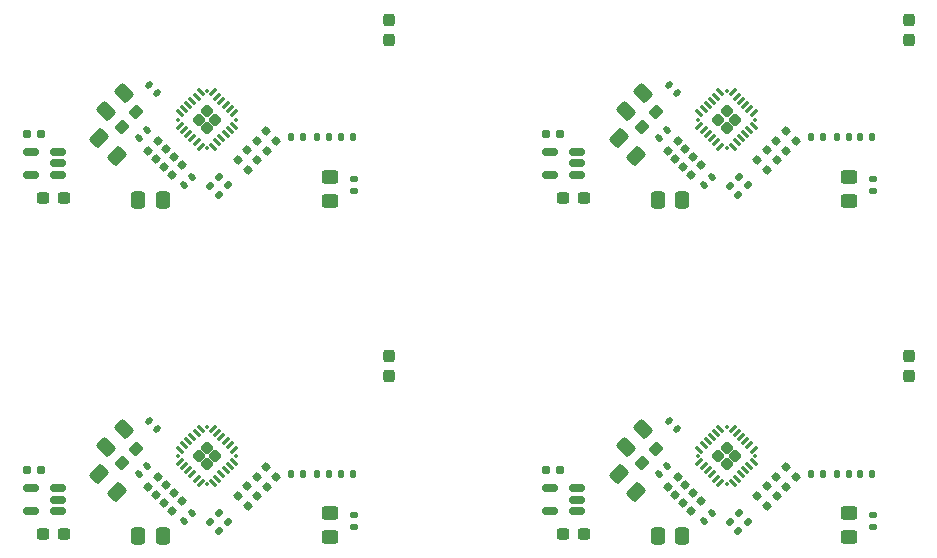
<source format=gtp>
G04 #@! TF.GenerationSoftware,KiCad,Pcbnew,9.0.4*
G04 #@! TF.CreationDate,2025-08-20T18:17:53-04:00*
G04 #@! TF.ProjectId,jlc_pcba,6a6c635f-7063-4626-912e-6b696361645f,rev?*
G04 #@! TF.SameCoordinates,Original*
G04 #@! TF.FileFunction,Paste,Top*
G04 #@! TF.FilePolarity,Positive*
%FSLAX46Y46*%
G04 Gerber Fmt 4.6, Leading zero omitted, Abs format (unit mm)*
G04 Created by KiCad (PCBNEW 9.0.4) date 2025-08-20 18:17:53*
%MOMM*%
%LPD*%
G01*
G04 APERTURE LIST*
G04 Aperture macros list*
%AMRoundRect*
0 Rectangle with rounded corners*
0 $1 Rounding radius*
0 $2 $3 $4 $5 $6 $7 $8 $9 X,Y pos of 4 corners*
0 Add a 4 corners polygon primitive as box body*
4,1,4,$2,$3,$4,$5,$6,$7,$8,$9,$2,$3,0*
0 Add four circle primitives for the rounded corners*
1,1,$1+$1,$2,$3*
1,1,$1+$1,$4,$5*
1,1,$1+$1,$6,$7*
1,1,$1+$1,$8,$9*
0 Add four rect primitives between the rounded corners*
20,1,$1+$1,$2,$3,$4,$5,0*
20,1,$1+$1,$4,$5,$6,$7,0*
20,1,$1+$1,$6,$7,$8,$9,0*
20,1,$1+$1,$8,$9,$2,$3,0*%
%AMFreePoly0*
4,1,25,0.251037,0.433748,0.282717,0.409439,0.409439,0.282717,0.449030,0.214145,0.454242,0.174554,0.454242,-0.174554,0.433748,-0.251037,0.409439,-0.282717,0.282717,-0.409439,0.214145,-0.449030,0.174554,-0.454242,-0.174554,-0.454242,-0.251037,-0.433748,-0.282717,-0.409439,-0.409439,-0.282717,-0.449030,-0.214145,-0.454242,-0.174554,-0.454242,0.174554,-0.433748,0.251037,-0.409439,0.282717,
-0.282717,0.409439,-0.214145,0.449030,-0.174554,0.454242,0.174554,0.454242,0.251037,0.433748,0.251037,0.433748,$1*%
G04 Aperture macros list end*
%ADD10RoundRect,0.160000X-0.252791X0.026517X0.026517X-0.252791X0.252791X-0.026517X-0.026517X0.252791X0*%
%ADD11RoundRect,0.135000X0.226274X0.035355X0.035355X0.226274X-0.226274X-0.035355X-0.035355X-0.226274X0*%
%ADD12RoundRect,0.135000X0.135000X0.185000X-0.135000X0.185000X-0.135000X-0.185000X0.135000X-0.185000X0*%
%ADD13RoundRect,0.237500X-0.044194X-0.380070X0.380070X0.044194X0.044194X0.380070X-0.380070X-0.044194X0*%
%ADD14RoundRect,0.160000X0.026517X0.252791X-0.252791X-0.026517X-0.026517X-0.252791X0.252791X0.026517X0*%
%ADD15RoundRect,0.135000X-0.135000X-0.185000X0.135000X-0.185000X0.135000X0.185000X-0.135000X0.185000X0*%
%ADD16RoundRect,0.140000X-0.021213X0.219203X-0.219203X0.021213X0.021213X-0.219203X0.219203X-0.021213X0*%
%ADD17RoundRect,0.140000X0.219203X0.021213X0.021213X0.219203X-0.219203X-0.021213X-0.021213X-0.219203X0*%
%ADD18RoundRect,0.135000X-0.185000X0.135000X-0.185000X-0.135000X0.185000X-0.135000X0.185000X0.135000X0*%
%ADD19RoundRect,0.250000X-0.450000X0.325000X-0.450000X-0.325000X0.450000X-0.325000X0.450000X0.325000X0*%
%ADD20FreePoly0,45.000000*%
%ADD21RoundRect,0.062500X-0.185616X-0.274004X0.274004X0.185616X0.185616X0.274004X-0.274004X-0.185616X0*%
%ADD22RoundRect,0.062500X0.185616X-0.274004X0.274004X-0.185616X-0.185616X0.274004X-0.274004X0.185616X0*%
%ADD23RoundRect,0.062500X0.000000X-0.088388X0.088388X0.000000X0.000000X0.088388X-0.088388X0.000000X0*%
%ADD24RoundRect,0.150000X0.512500X0.150000X-0.512500X0.150000X-0.512500X-0.150000X0.512500X-0.150000X0*%
%ADD25RoundRect,0.237500X-0.300000X-0.237500X0.300000X-0.237500X0.300000X0.237500X-0.300000X0.237500X0*%
%ADD26RoundRect,0.250000X-0.097227X0.574524X-0.574524X0.097227X0.097227X-0.574524X0.574524X-0.097227X0*%
%ADD27RoundRect,0.135000X-0.226274X-0.035355X-0.035355X-0.226274X0.226274X0.035355X0.035355X0.226274X0*%
%ADD28RoundRect,0.237500X0.237500X-0.300000X0.237500X0.300000X-0.237500X0.300000X-0.237500X-0.300000X0*%
%ADD29RoundRect,0.250000X0.574524X0.097227X0.097227X0.574524X-0.574524X-0.097227X-0.097227X-0.574524X0*%
%ADD30RoundRect,0.250000X0.337500X0.475000X-0.337500X0.475000X-0.337500X-0.475000X0.337500X-0.475000X0*%
%ADD31RoundRect,0.160000X0.197500X0.160000X-0.197500X0.160000X-0.197500X-0.160000X0.197500X-0.160000X0*%
G04 APERTURE END LIST*
D10*
G04 #@! TO.C,R112*
X36989996Y-51537496D03*
X36145004Y-50692504D03*
G04 #@! TD*
D11*
G04 #@! TO.C,R120*
X77728124Y-26015624D03*
X77006876Y-25294376D03*
G04 #@! TD*
D12*
G04 #@! TO.C,R122*
X42277500Y-21955000D03*
X41257500Y-21955000D03*
G04 #@! TD*
G04 #@! TO.C,R122*
X86277500Y-21955000D03*
X85257500Y-21955000D03*
G04 #@! TD*
D13*
G04 #@! TO.C,C119*
X24757620Y-21064880D03*
X25977380Y-19845120D03*
G04 #@! TD*
D10*
G04 #@! TO.C,R113*
X36189996Y-23877496D03*
X35345004Y-23032504D03*
G04 #@! TD*
D14*
G04 #@! TO.C,R115*
X27612834Y-52223704D03*
X28457826Y-51378712D03*
G04 #@! TD*
G04 #@! TO.C,R115*
X27612834Y-23763704D03*
X28457826Y-22918712D03*
G04 #@! TD*
D15*
G04 #@! TO.C,R123*
X87257500Y-50415000D03*
X88277500Y-50415000D03*
G04 #@! TD*
D12*
G04 #@! TO.C,R124*
X84077500Y-50415000D03*
X83057500Y-50415000D03*
G04 #@! TD*
D16*
G04 #@! TO.C,C112*
X74706911Y-25315589D03*
X74028089Y-25994411D03*
G04 #@! TD*
D17*
G04 #@! TO.C,C109*
X71706911Y-18194411D03*
X71028089Y-17515589D03*
G04 #@! TD*
D14*
G04 #@! TO.C,R118*
X28956337Y-53567207D03*
X29801329Y-52722215D03*
G04 #@! TD*
D12*
G04 #@! TO.C,R124*
X84077500Y-21955000D03*
X83057500Y-21955000D03*
G04 #@! TD*
D18*
G04 #@! TO.C,R126*
X88367500Y-53905000D03*
X88367500Y-54925000D03*
G04 #@! TD*
D14*
G04 #@! TO.C,R119*
X26941083Y-23091952D03*
X27786075Y-22246960D03*
G04 #@! TD*
D16*
G04 #@! TO.C,C112*
X30706911Y-25315589D03*
X30028089Y-25994411D03*
G04 #@! TD*
D10*
G04 #@! TO.C,R110*
X81789996Y-50737496D03*
X80945004Y-49892504D03*
G04 #@! TD*
D19*
G04 #@! TO.C,D116*
X42342500Y-25305000D03*
X42342500Y-27355000D03*
G04 #@! TD*
D18*
G04 #@! TO.C,R126*
X88367500Y-25445000D03*
X88367500Y-26465000D03*
G04 #@! TD*
D20*
G04 #@! TO.C,TAC5212*
X75247104Y-20440514D03*
X75936533Y-21129943D03*
X75936533Y-19751085D03*
X76625962Y-20440514D03*
D21*
X73647275Y-20962005D03*
X74000828Y-21315559D03*
X74354382Y-21669112D03*
X74707935Y-22022665D03*
X75061488Y-22376219D03*
X75415042Y-22729772D03*
D22*
X76458024Y-22729772D03*
X76811578Y-22376219D03*
X77165131Y-22022665D03*
X77518684Y-21669112D03*
X77872238Y-21315559D03*
X78225791Y-20962005D03*
D21*
X78225791Y-19919023D03*
X77872238Y-19565469D03*
X77518684Y-19211916D03*
X77165131Y-18858363D03*
X76811578Y-18504809D03*
X76458024Y-18151256D03*
D22*
X75415042Y-18151256D03*
X75061488Y-18504809D03*
X74707935Y-18858363D03*
X74354382Y-19211916D03*
X74000828Y-19565469D03*
X73647275Y-19919023D03*
D23*
X73504086Y-20440514D03*
X75936533Y-22872961D03*
X78368980Y-20440514D03*
X75936533Y-18008067D03*
G04 #@! TD*
D16*
G04 #@! TO.C,C116*
X70906911Y-49775589D03*
X70228089Y-50454411D03*
G04 #@! TD*
D12*
G04 #@! TO.C,R122*
X42277500Y-50415000D03*
X41257500Y-50415000D03*
G04 #@! TD*
D10*
G04 #@! TO.C,R113*
X36189996Y-52337496D03*
X35345004Y-51492504D03*
G04 #@! TD*
D15*
G04 #@! TO.C,R123*
X43257500Y-21955000D03*
X44277500Y-21955000D03*
G04 #@! TD*
D10*
G04 #@! TO.C,R112*
X80989996Y-51537496D03*
X80145004Y-50692504D03*
G04 #@! TD*
D24*
G04 #@! TO.C,U108*
X19305000Y-53565000D03*
X19305000Y-52615000D03*
X19305000Y-51665000D03*
X17030000Y-51665000D03*
X17030000Y-53565000D03*
G04 #@! TD*
D25*
G04 #@! TO.C,C128*
X18105000Y-27055000D03*
X19830000Y-27055000D03*
G04 #@! TD*
D12*
G04 #@! TO.C,R124*
X40077500Y-50415000D03*
X39057500Y-50415000D03*
G04 #@! TD*
D26*
G04 #@! TO.C,C108*
X24901123Y-46681377D03*
X23433877Y-48148623D03*
G04 #@! TD*
D27*
G04 #@! TO.C,R121*
X32206876Y-26094376D03*
X32928124Y-26815624D03*
G04 #@! TD*
D10*
G04 #@! TO.C,R114*
X35389996Y-53137496D03*
X34545004Y-52292504D03*
G04 #@! TD*
D14*
G04 #@! TO.C,R117*
X28284586Y-52895455D03*
X29129578Y-52050463D03*
G04 #@! TD*
D28*
G04 #@! TO.C,C118*
X91367500Y-42177500D03*
X91367500Y-40452500D03*
G04 #@! TD*
D16*
G04 #@! TO.C,C112*
X30706911Y-53775589D03*
X30028089Y-54454411D03*
G04 #@! TD*
D10*
G04 #@! TO.C,R110*
X81789996Y-22277496D03*
X80945004Y-21432504D03*
G04 #@! TD*
G04 #@! TO.C,R114*
X79389996Y-24677496D03*
X78545004Y-23832504D03*
G04 #@! TD*
D25*
G04 #@! TO.C,C128*
X18105000Y-55515000D03*
X19830000Y-55515000D03*
G04 #@! TD*
D20*
G04 #@! TO.C,TAC5212*
X31247104Y-48900514D03*
X31936533Y-49589943D03*
X31936533Y-48211085D03*
X32625962Y-48900514D03*
D21*
X29647275Y-49422005D03*
X30000828Y-49775559D03*
X30354382Y-50129112D03*
X30707935Y-50482665D03*
X31061488Y-50836219D03*
X31415042Y-51189772D03*
D22*
X32458024Y-51189772D03*
X32811578Y-50836219D03*
X33165131Y-50482665D03*
X33518684Y-50129112D03*
X33872238Y-49775559D03*
X34225791Y-49422005D03*
D21*
X34225791Y-48379023D03*
X33872238Y-48025469D03*
X33518684Y-47671916D03*
X33165131Y-47318363D03*
X32811578Y-46964809D03*
X32458024Y-46611256D03*
D22*
X31415042Y-46611256D03*
X31061488Y-46964809D03*
X30707935Y-47318363D03*
X30354382Y-47671916D03*
X30000828Y-48025469D03*
X29647275Y-48379023D03*
D23*
X29504086Y-48900514D03*
X31936533Y-51332961D03*
X34368980Y-48900514D03*
X31936533Y-46468067D03*
G04 #@! TD*
D19*
G04 #@! TO.C,D116*
X42342500Y-53765000D03*
X42342500Y-55815000D03*
G04 #@! TD*
D29*
G04 #@! TO.C,C115*
X68301123Y-23488623D03*
X66833877Y-22021377D03*
G04 #@! TD*
D14*
G04 #@! TO.C,R118*
X72956337Y-25107207D03*
X73801329Y-24262215D03*
G04 #@! TD*
D30*
G04 #@! TO.C,C111*
X28205000Y-27255000D03*
X26130000Y-27255000D03*
G04 #@! TD*
D14*
G04 #@! TO.C,R119*
X26941083Y-51551952D03*
X27786075Y-50706960D03*
G04 #@! TD*
G04 #@! TO.C,R115*
X71612834Y-23763704D03*
X72457826Y-22918712D03*
G04 #@! TD*
D30*
G04 #@! TO.C,C111*
X72205000Y-27255000D03*
X70130000Y-27255000D03*
G04 #@! TD*
D26*
G04 #@! TO.C,C108*
X68901123Y-46681377D03*
X67433877Y-48148623D03*
G04 #@! TD*
G04 #@! TO.C,C108*
X68901123Y-18221377D03*
X67433877Y-19688623D03*
G04 #@! TD*
D17*
G04 #@! TO.C,C109*
X27706911Y-18194411D03*
X27028089Y-17515589D03*
G04 #@! TD*
D20*
G04 #@! TO.C,TAC5212*
X31247104Y-20440514D03*
X31936533Y-21129943D03*
X31936533Y-19751085D03*
X32625962Y-20440514D03*
D21*
X29647275Y-20962005D03*
X30000828Y-21315559D03*
X30354382Y-21669112D03*
X30707935Y-22022665D03*
X31061488Y-22376219D03*
X31415042Y-22729772D03*
D22*
X32458024Y-22729772D03*
X32811578Y-22376219D03*
X33165131Y-22022665D03*
X33518684Y-21669112D03*
X33872238Y-21315559D03*
X34225791Y-20962005D03*
D21*
X34225791Y-19919023D03*
X33872238Y-19565469D03*
X33518684Y-19211916D03*
X33165131Y-18858363D03*
X32811578Y-18504809D03*
X32458024Y-18151256D03*
D22*
X31415042Y-18151256D03*
X31061488Y-18504809D03*
X30707935Y-18858363D03*
X30354382Y-19211916D03*
X30000828Y-19565469D03*
X29647275Y-19919023D03*
D23*
X29504086Y-20440514D03*
X31936533Y-22872961D03*
X34368980Y-20440514D03*
X31936533Y-18008067D03*
G04 #@! TD*
D14*
G04 #@! TO.C,R119*
X70941083Y-51551952D03*
X71786075Y-50706960D03*
G04 #@! TD*
D24*
G04 #@! TO.C,U108*
X63305000Y-25105000D03*
X63305000Y-24155000D03*
X63305000Y-23205000D03*
X61030000Y-23205000D03*
X61030000Y-25105000D03*
G04 #@! TD*
D13*
G04 #@! TO.C,C119*
X68757620Y-21064880D03*
X69977380Y-19845120D03*
G04 #@! TD*
D28*
G04 #@! TO.C,C118*
X91367500Y-13717500D03*
X91367500Y-11992500D03*
G04 #@! TD*
D18*
G04 #@! TO.C,R126*
X44367500Y-53905000D03*
X44367500Y-54925000D03*
G04 #@! TD*
D31*
G04 #@! TO.C,R125*
X16670000Y-21655000D03*
X17865000Y-21655000D03*
G04 #@! TD*
D19*
G04 #@! TO.C,D116*
X86342500Y-25305000D03*
X86342500Y-27355000D03*
G04 #@! TD*
D12*
G04 #@! TO.C,R122*
X86277500Y-50415000D03*
X85257500Y-50415000D03*
G04 #@! TD*
D13*
G04 #@! TO.C,C119*
X24757620Y-49524880D03*
X25977380Y-48305120D03*
G04 #@! TD*
D30*
G04 #@! TO.C,C111*
X72205000Y-55715000D03*
X70130000Y-55715000D03*
G04 #@! TD*
D15*
G04 #@! TO.C,R123*
X43257500Y-50415000D03*
X44277500Y-50415000D03*
G04 #@! TD*
D17*
G04 #@! TO.C,C109*
X71706911Y-46654411D03*
X71028089Y-45975589D03*
G04 #@! TD*
D19*
G04 #@! TO.C,D116*
X86342500Y-53765000D03*
X86342500Y-55815000D03*
G04 #@! TD*
D10*
G04 #@! TO.C,R112*
X36989996Y-23077496D03*
X36145004Y-22232504D03*
G04 #@! TD*
D13*
G04 #@! TO.C,C119*
X68757620Y-49524880D03*
X69977380Y-48305120D03*
G04 #@! TD*
D10*
G04 #@! TO.C,R112*
X80989996Y-23077496D03*
X80145004Y-22232504D03*
G04 #@! TD*
D11*
G04 #@! TO.C,R120*
X33728124Y-26015624D03*
X33006876Y-25294376D03*
G04 #@! TD*
G04 #@! TO.C,R120*
X33728124Y-54475624D03*
X33006876Y-53754376D03*
G04 #@! TD*
D28*
G04 #@! TO.C,C118*
X47367500Y-42177500D03*
X47367500Y-40452500D03*
G04 #@! TD*
D14*
G04 #@! TO.C,R118*
X28956337Y-25107207D03*
X29801329Y-24262215D03*
G04 #@! TD*
D27*
G04 #@! TO.C,R121*
X32206876Y-54554376D03*
X32928124Y-55275624D03*
G04 #@! TD*
D14*
G04 #@! TO.C,R117*
X28284586Y-24435455D03*
X29129578Y-23590463D03*
G04 #@! TD*
D10*
G04 #@! TO.C,R113*
X80189996Y-52337496D03*
X79345004Y-51492504D03*
G04 #@! TD*
G04 #@! TO.C,R110*
X37789996Y-50737496D03*
X36945004Y-49892504D03*
G04 #@! TD*
D14*
G04 #@! TO.C,R118*
X72956337Y-53567207D03*
X73801329Y-52722215D03*
G04 #@! TD*
D15*
G04 #@! TO.C,R123*
X87257500Y-21955000D03*
X88277500Y-21955000D03*
G04 #@! TD*
D18*
G04 #@! TO.C,R126*
X44367500Y-25445000D03*
X44367500Y-26465000D03*
G04 #@! TD*
D27*
G04 #@! TO.C,R121*
X76206876Y-54554376D03*
X76928124Y-55275624D03*
G04 #@! TD*
D24*
G04 #@! TO.C,U108*
X19305000Y-25105000D03*
X19305000Y-24155000D03*
X19305000Y-23205000D03*
X17030000Y-23205000D03*
X17030000Y-25105000D03*
G04 #@! TD*
D16*
G04 #@! TO.C,C112*
X74706911Y-53775589D03*
X74028089Y-54454411D03*
G04 #@! TD*
D10*
G04 #@! TO.C,R113*
X80189996Y-23877496D03*
X79345004Y-23032504D03*
G04 #@! TD*
D25*
G04 #@! TO.C,C128*
X62105000Y-55515000D03*
X63830000Y-55515000D03*
G04 #@! TD*
D10*
G04 #@! TO.C,R114*
X79389996Y-53137496D03*
X78545004Y-52292504D03*
G04 #@! TD*
D29*
G04 #@! TO.C,C115*
X68301123Y-51948623D03*
X66833877Y-50481377D03*
G04 #@! TD*
D26*
G04 #@! TO.C,C108*
X24901123Y-18221377D03*
X23433877Y-19688623D03*
G04 #@! TD*
D30*
G04 #@! TO.C,C111*
X28205000Y-55715000D03*
X26130000Y-55715000D03*
G04 #@! TD*
D20*
G04 #@! TO.C,TAC5212*
X75247104Y-48900514D03*
X75936533Y-49589943D03*
X75936533Y-48211085D03*
X76625962Y-48900514D03*
D21*
X73647275Y-49422005D03*
X74000828Y-49775559D03*
X74354382Y-50129112D03*
X74707935Y-50482665D03*
X75061488Y-50836219D03*
X75415042Y-51189772D03*
D22*
X76458024Y-51189772D03*
X76811578Y-50836219D03*
X77165131Y-50482665D03*
X77518684Y-50129112D03*
X77872238Y-49775559D03*
X78225791Y-49422005D03*
D21*
X78225791Y-48379023D03*
X77872238Y-48025469D03*
X77518684Y-47671916D03*
X77165131Y-47318363D03*
X76811578Y-46964809D03*
X76458024Y-46611256D03*
D22*
X75415042Y-46611256D03*
X75061488Y-46964809D03*
X74707935Y-47318363D03*
X74354382Y-47671916D03*
X74000828Y-48025469D03*
X73647275Y-48379023D03*
D23*
X73504086Y-48900514D03*
X75936533Y-51332961D03*
X78368980Y-48900514D03*
X75936533Y-46468067D03*
G04 #@! TD*
D31*
G04 #@! TO.C,R125*
X60670000Y-21655000D03*
X61865000Y-21655000D03*
G04 #@! TD*
D24*
G04 #@! TO.C,U108*
X63305000Y-53565000D03*
X63305000Y-52615000D03*
X63305000Y-51665000D03*
X61030000Y-51665000D03*
X61030000Y-53565000D03*
G04 #@! TD*
D10*
G04 #@! TO.C,R110*
X37789996Y-22277496D03*
X36945004Y-21432504D03*
G04 #@! TD*
D14*
G04 #@! TO.C,R117*
X72284586Y-52895455D03*
X73129578Y-52050463D03*
G04 #@! TD*
G04 #@! TO.C,R115*
X71612834Y-52223704D03*
X72457826Y-51378712D03*
G04 #@! TD*
D31*
G04 #@! TO.C,R125*
X60670000Y-50115000D03*
X61865000Y-50115000D03*
G04 #@! TD*
D14*
G04 #@! TO.C,R119*
X70941083Y-23091952D03*
X71786075Y-22246960D03*
G04 #@! TD*
D25*
G04 #@! TO.C,C128*
X62105000Y-27055000D03*
X63830000Y-27055000D03*
G04 #@! TD*
D10*
G04 #@! TO.C,R114*
X35389996Y-24677496D03*
X34545004Y-23832504D03*
G04 #@! TD*
D11*
G04 #@! TO.C,R120*
X77728124Y-54475624D03*
X77006876Y-53754376D03*
G04 #@! TD*
D17*
G04 #@! TO.C,C109*
X27706911Y-46654411D03*
X27028089Y-45975589D03*
G04 #@! TD*
D29*
G04 #@! TO.C,C115*
X24301123Y-51948623D03*
X22833877Y-50481377D03*
G04 #@! TD*
G04 #@! TO.C,C115*
X24301123Y-23488623D03*
X22833877Y-22021377D03*
G04 #@! TD*
D27*
G04 #@! TO.C,R121*
X76206876Y-26094376D03*
X76928124Y-26815624D03*
G04 #@! TD*
D12*
G04 #@! TO.C,R124*
X40077500Y-21955000D03*
X39057500Y-21955000D03*
G04 #@! TD*
D16*
G04 #@! TO.C,C116*
X26906911Y-21315589D03*
X26228089Y-21994411D03*
G04 #@! TD*
D31*
G04 #@! TO.C,R125*
X16670000Y-50115000D03*
X17865000Y-50115000D03*
G04 #@! TD*
D16*
G04 #@! TO.C,C116*
X26906911Y-49775589D03*
X26228089Y-50454411D03*
G04 #@! TD*
G04 #@! TO.C,C116*
X70906911Y-21315589D03*
X70228089Y-21994411D03*
G04 #@! TD*
D14*
G04 #@! TO.C,R117*
X72284586Y-24435455D03*
X73129578Y-23590463D03*
G04 #@! TD*
D28*
G04 #@! TO.C,C118*
X47367500Y-13717500D03*
X47367500Y-11992500D03*
G04 #@! TD*
M02*

</source>
